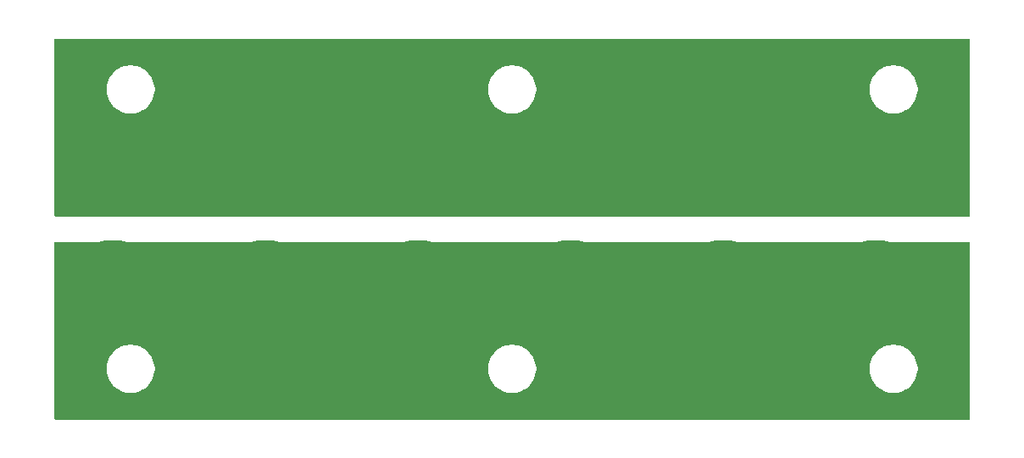
<source format=gbr>
%TF.GenerationSoftware,KiCad,Pcbnew,8.0.6*%
%TF.CreationDate,2024-11-19T18:22:25+00:00*%
%TF.ProjectId,PowerPole,506f7765-7250-46f6-9c65-2e6b69636164,rev?*%
%TF.SameCoordinates,Original*%
%TF.FileFunction,Copper,L2,Bot*%
%TF.FilePolarity,Positive*%
%FSLAX46Y46*%
G04 Gerber Fmt 4.6, Leading zero omitted, Abs format (unit mm)*
G04 Created by KiCad (PCBNEW 8.0.6) date 2024-11-19 18:22:25*
%MOMM*%
%LPD*%
G01*
G04 APERTURE LIST*
%TA.AperFunction,ComponentPad*%
%ADD10O,6.000000X5.500000*%
%TD*%
G04 APERTURE END LIST*
D10*
%TO.P,J6,1,+ve*%
%TO.N,Net-(J1-+ve)*%
X104895500Y-30200000D03*
%TO.P,J6,2,-ve*%
%TO.N,Net-(J1--ve)*%
X104895500Y-38100000D03*
%TD*%
%TO.P,J5,1,+ve*%
%TO.N,Net-(J1-+ve)*%
X89655500Y-30200000D03*
%TO.P,J5,2,-ve*%
%TO.N,Net-(J1--ve)*%
X89655500Y-38100000D03*
%TD*%
%TO.P,J4,1,+ve*%
%TO.N,Net-(J1-+ve)*%
X74415500Y-30200000D03*
%TO.P,J4,2,-ve*%
%TO.N,Net-(J1--ve)*%
X74415500Y-38100000D03*
%TD*%
%TO.P,J3,1,+ve*%
%TO.N,Net-(J1-+ve)*%
X59175500Y-30200000D03*
%TO.P,J3,2,-ve*%
%TO.N,Net-(J1--ve)*%
X59175500Y-38100000D03*
%TD*%
%TO.P,J2,1,+ve*%
%TO.N,Net-(J1-+ve)*%
X43935500Y-30200000D03*
%TO.P,J2,2,-ve*%
%TO.N,Net-(J1--ve)*%
X43935500Y-38100000D03*
%TD*%
%TO.P,J1,2,-ve*%
%TO.N,Net-(J1--ve)*%
X28695500Y-38100000D03*
%TO.P,J1,1,+ve*%
%TO.N,Net-(J1-+ve)*%
X28695500Y-30200000D03*
%TD*%
%TA.AperFunction,Conductor*%
%TO.N,Net-(J1-+ve)*%
G36*
X114243039Y-15259685D02*
G01*
X114288794Y-15312489D01*
X114300000Y-15364000D01*
X114300000Y-32896000D01*
X114280315Y-32963039D01*
X114227511Y-33008794D01*
X114176000Y-33020000D01*
X22984000Y-33020000D01*
X22916961Y-33000315D01*
X22871206Y-32947511D01*
X22860000Y-32896000D01*
X22860000Y-20185186D01*
X28079500Y-20185186D01*
X28079500Y-20454813D01*
X28109686Y-20722719D01*
X28109688Y-20722731D01*
X28169684Y-20985594D01*
X28169687Y-20985602D01*
X28258734Y-21240082D01*
X28375714Y-21482994D01*
X28375716Y-21482997D01*
X28519162Y-21711289D01*
X28687266Y-21922085D01*
X28877915Y-22112734D01*
X29088711Y-22280838D01*
X29317003Y-22424284D01*
X29559921Y-22541267D01*
X29751049Y-22608145D01*
X29814397Y-22630312D01*
X29814405Y-22630315D01*
X29814408Y-22630315D01*
X29814409Y-22630316D01*
X30077268Y-22690312D01*
X30345187Y-22720499D01*
X30345188Y-22720500D01*
X30345191Y-22720500D01*
X30614812Y-22720500D01*
X30614812Y-22720499D01*
X30882732Y-22690312D01*
X31145591Y-22630316D01*
X31400079Y-22541267D01*
X31642997Y-22424284D01*
X31871289Y-22280838D01*
X32082085Y-22112734D01*
X32272734Y-21922085D01*
X32440838Y-21711289D01*
X32584284Y-21482997D01*
X32701267Y-21240079D01*
X32790316Y-20985591D01*
X32850312Y-20722732D01*
X32880500Y-20454809D01*
X32880500Y-20185191D01*
X32880499Y-20185186D01*
X66179500Y-20185186D01*
X66179500Y-20454813D01*
X66209686Y-20722719D01*
X66209688Y-20722731D01*
X66269684Y-20985594D01*
X66269687Y-20985602D01*
X66358734Y-21240082D01*
X66475714Y-21482994D01*
X66475716Y-21482997D01*
X66619162Y-21711289D01*
X66787266Y-21922085D01*
X66977915Y-22112734D01*
X67188711Y-22280838D01*
X67417003Y-22424284D01*
X67659921Y-22541267D01*
X67851049Y-22608145D01*
X67914397Y-22630312D01*
X67914405Y-22630315D01*
X67914408Y-22630315D01*
X67914409Y-22630316D01*
X68177268Y-22690312D01*
X68445187Y-22720499D01*
X68445188Y-22720500D01*
X68445191Y-22720500D01*
X68714812Y-22720500D01*
X68714812Y-22720499D01*
X68982732Y-22690312D01*
X69245591Y-22630316D01*
X69500079Y-22541267D01*
X69742997Y-22424284D01*
X69971289Y-22280838D01*
X70182085Y-22112734D01*
X70372734Y-21922085D01*
X70540838Y-21711289D01*
X70684284Y-21482997D01*
X70801267Y-21240079D01*
X70890316Y-20985591D01*
X70950312Y-20722732D01*
X70980500Y-20454809D01*
X70980500Y-20185191D01*
X70980499Y-20185186D01*
X104279500Y-20185186D01*
X104279500Y-20454813D01*
X104309686Y-20722719D01*
X104309688Y-20722731D01*
X104369684Y-20985594D01*
X104369687Y-20985602D01*
X104458734Y-21240082D01*
X104575714Y-21482994D01*
X104575716Y-21482997D01*
X104719162Y-21711289D01*
X104887266Y-21922085D01*
X105077915Y-22112734D01*
X105288711Y-22280838D01*
X105517003Y-22424284D01*
X105759921Y-22541267D01*
X105951049Y-22608145D01*
X106014397Y-22630312D01*
X106014405Y-22630315D01*
X106014408Y-22630315D01*
X106014409Y-22630316D01*
X106277268Y-22690312D01*
X106545187Y-22720499D01*
X106545188Y-22720500D01*
X106545191Y-22720500D01*
X106814812Y-22720500D01*
X106814812Y-22720499D01*
X107082732Y-22690312D01*
X107345591Y-22630316D01*
X107600079Y-22541267D01*
X107842997Y-22424284D01*
X108071289Y-22280838D01*
X108282085Y-22112734D01*
X108472734Y-21922085D01*
X108640838Y-21711289D01*
X108784284Y-21482997D01*
X108901267Y-21240079D01*
X108990316Y-20985591D01*
X109050312Y-20722732D01*
X109080500Y-20454809D01*
X109080500Y-20185191D01*
X109050312Y-19917268D01*
X108990316Y-19654409D01*
X108901267Y-19399921D01*
X108784284Y-19157003D01*
X108640838Y-18928711D01*
X108472734Y-18717915D01*
X108282085Y-18527266D01*
X108071289Y-18359162D01*
X107842997Y-18215716D01*
X107842994Y-18215714D01*
X107600082Y-18098734D01*
X107345602Y-18009687D01*
X107345594Y-18009684D01*
X107148446Y-17964687D01*
X107082732Y-17949688D01*
X107082728Y-17949687D01*
X107082719Y-17949686D01*
X106814813Y-17919500D01*
X106814809Y-17919500D01*
X106545191Y-17919500D01*
X106545186Y-17919500D01*
X106277280Y-17949686D01*
X106277268Y-17949688D01*
X106014405Y-18009684D01*
X106014397Y-18009687D01*
X105759917Y-18098734D01*
X105517005Y-18215714D01*
X105288712Y-18359161D01*
X105077915Y-18527265D01*
X104887265Y-18717915D01*
X104719161Y-18928712D01*
X104575714Y-19157005D01*
X104458734Y-19399917D01*
X104369687Y-19654397D01*
X104369684Y-19654405D01*
X104309688Y-19917268D01*
X104309686Y-19917280D01*
X104279500Y-20185186D01*
X70980499Y-20185186D01*
X70950312Y-19917268D01*
X70890316Y-19654409D01*
X70801267Y-19399921D01*
X70684284Y-19157003D01*
X70540838Y-18928711D01*
X70372734Y-18717915D01*
X70182085Y-18527266D01*
X69971289Y-18359162D01*
X69742997Y-18215716D01*
X69742994Y-18215714D01*
X69500082Y-18098734D01*
X69245602Y-18009687D01*
X69245594Y-18009684D01*
X69048446Y-17964687D01*
X68982732Y-17949688D01*
X68982728Y-17949687D01*
X68982719Y-17949686D01*
X68714813Y-17919500D01*
X68714809Y-17919500D01*
X68445191Y-17919500D01*
X68445186Y-17919500D01*
X68177280Y-17949686D01*
X68177268Y-17949688D01*
X67914405Y-18009684D01*
X67914397Y-18009687D01*
X67659917Y-18098734D01*
X67417005Y-18215714D01*
X67188712Y-18359161D01*
X66977915Y-18527265D01*
X66787265Y-18717915D01*
X66619161Y-18928712D01*
X66475714Y-19157005D01*
X66358734Y-19399917D01*
X66269687Y-19654397D01*
X66269684Y-19654405D01*
X66209688Y-19917268D01*
X66209686Y-19917280D01*
X66179500Y-20185186D01*
X32880499Y-20185186D01*
X32850312Y-19917268D01*
X32790316Y-19654409D01*
X32701267Y-19399921D01*
X32584284Y-19157003D01*
X32440838Y-18928711D01*
X32272734Y-18717915D01*
X32082085Y-18527266D01*
X31871289Y-18359162D01*
X31642997Y-18215716D01*
X31642994Y-18215714D01*
X31400082Y-18098734D01*
X31145602Y-18009687D01*
X31145594Y-18009684D01*
X30948446Y-17964687D01*
X30882732Y-17949688D01*
X30882728Y-17949687D01*
X30882719Y-17949686D01*
X30614813Y-17919500D01*
X30614809Y-17919500D01*
X30345191Y-17919500D01*
X30345186Y-17919500D01*
X30077280Y-17949686D01*
X30077268Y-17949688D01*
X29814405Y-18009684D01*
X29814397Y-18009687D01*
X29559917Y-18098734D01*
X29317005Y-18215714D01*
X29088712Y-18359161D01*
X28877915Y-18527265D01*
X28687265Y-18717915D01*
X28519161Y-18928712D01*
X28375714Y-19157005D01*
X28258734Y-19399917D01*
X28169687Y-19654397D01*
X28169684Y-19654405D01*
X28109688Y-19917268D01*
X28109686Y-19917280D01*
X28079500Y-20185186D01*
X22860000Y-20185186D01*
X22860000Y-15364000D01*
X22879685Y-15296961D01*
X22932489Y-15251206D01*
X22984000Y-15240000D01*
X114176000Y-15240000D01*
X114243039Y-15259685D01*
G37*
%TD.AperFunction*%
%TD*%
%TA.AperFunction,Conductor*%
%TO.N,Net-(J1--ve)*%
G36*
X114243039Y-35579685D02*
G01*
X114288794Y-35632489D01*
X114300000Y-35684000D01*
X114300000Y-53216000D01*
X114280315Y-53283039D01*
X114227511Y-53328794D01*
X114176000Y-53340000D01*
X22984000Y-53340000D01*
X22916961Y-53320315D01*
X22871206Y-53267511D01*
X22860000Y-53216000D01*
X22860000Y-48125186D01*
X28079500Y-48125186D01*
X28079500Y-48394813D01*
X28109686Y-48662719D01*
X28109688Y-48662731D01*
X28169684Y-48925594D01*
X28169687Y-48925602D01*
X28258734Y-49180082D01*
X28375714Y-49422994D01*
X28375716Y-49422997D01*
X28519162Y-49651289D01*
X28687266Y-49862085D01*
X28877915Y-50052734D01*
X29088711Y-50220838D01*
X29317003Y-50364284D01*
X29559921Y-50481267D01*
X29751049Y-50548145D01*
X29814397Y-50570312D01*
X29814405Y-50570315D01*
X29814408Y-50570315D01*
X29814409Y-50570316D01*
X30077268Y-50630312D01*
X30345187Y-50660499D01*
X30345188Y-50660500D01*
X30345191Y-50660500D01*
X30614812Y-50660500D01*
X30614812Y-50660499D01*
X30882732Y-50630312D01*
X31145591Y-50570316D01*
X31400079Y-50481267D01*
X31642997Y-50364284D01*
X31871289Y-50220838D01*
X32082085Y-50052734D01*
X32272734Y-49862085D01*
X32440838Y-49651289D01*
X32584284Y-49422997D01*
X32701267Y-49180079D01*
X32790316Y-48925591D01*
X32850312Y-48662732D01*
X32880500Y-48394809D01*
X32880500Y-48125191D01*
X32880499Y-48125186D01*
X66179500Y-48125186D01*
X66179500Y-48394813D01*
X66209686Y-48662719D01*
X66209688Y-48662731D01*
X66269684Y-48925594D01*
X66269687Y-48925602D01*
X66358734Y-49180082D01*
X66475714Y-49422994D01*
X66475716Y-49422997D01*
X66619162Y-49651289D01*
X66787266Y-49862085D01*
X66977915Y-50052734D01*
X67188711Y-50220838D01*
X67417003Y-50364284D01*
X67659921Y-50481267D01*
X67851049Y-50548145D01*
X67914397Y-50570312D01*
X67914405Y-50570315D01*
X67914408Y-50570315D01*
X67914409Y-50570316D01*
X68177268Y-50630312D01*
X68445187Y-50660499D01*
X68445188Y-50660500D01*
X68445191Y-50660500D01*
X68714812Y-50660500D01*
X68714812Y-50660499D01*
X68982732Y-50630312D01*
X69245591Y-50570316D01*
X69500079Y-50481267D01*
X69742997Y-50364284D01*
X69971289Y-50220838D01*
X70182085Y-50052734D01*
X70372734Y-49862085D01*
X70540838Y-49651289D01*
X70684284Y-49422997D01*
X70801267Y-49180079D01*
X70890316Y-48925591D01*
X70950312Y-48662732D01*
X70980500Y-48394809D01*
X70980500Y-48125191D01*
X70980499Y-48125186D01*
X104279500Y-48125186D01*
X104279500Y-48394813D01*
X104309686Y-48662719D01*
X104309688Y-48662731D01*
X104369684Y-48925594D01*
X104369687Y-48925602D01*
X104458734Y-49180082D01*
X104575714Y-49422994D01*
X104575716Y-49422997D01*
X104719162Y-49651289D01*
X104887266Y-49862085D01*
X105077915Y-50052734D01*
X105288711Y-50220838D01*
X105517003Y-50364284D01*
X105759921Y-50481267D01*
X105951049Y-50548145D01*
X106014397Y-50570312D01*
X106014405Y-50570315D01*
X106014408Y-50570315D01*
X106014409Y-50570316D01*
X106277268Y-50630312D01*
X106545187Y-50660499D01*
X106545188Y-50660500D01*
X106545191Y-50660500D01*
X106814812Y-50660500D01*
X106814812Y-50660499D01*
X107082732Y-50630312D01*
X107345591Y-50570316D01*
X107600079Y-50481267D01*
X107842997Y-50364284D01*
X108071289Y-50220838D01*
X108282085Y-50052734D01*
X108472734Y-49862085D01*
X108640838Y-49651289D01*
X108784284Y-49422997D01*
X108901267Y-49180079D01*
X108990316Y-48925591D01*
X109050312Y-48662732D01*
X109080500Y-48394809D01*
X109080500Y-48125191D01*
X109050312Y-47857268D01*
X108990316Y-47594409D01*
X108901267Y-47339921D01*
X108784284Y-47097003D01*
X108640838Y-46868711D01*
X108472734Y-46657915D01*
X108282085Y-46467266D01*
X108071289Y-46299162D01*
X107842997Y-46155716D01*
X107842994Y-46155714D01*
X107600082Y-46038734D01*
X107345602Y-45949687D01*
X107345594Y-45949684D01*
X107148446Y-45904687D01*
X107082732Y-45889688D01*
X107082728Y-45889687D01*
X107082719Y-45889686D01*
X106814813Y-45859500D01*
X106814809Y-45859500D01*
X106545191Y-45859500D01*
X106545186Y-45859500D01*
X106277280Y-45889686D01*
X106277268Y-45889688D01*
X106014405Y-45949684D01*
X106014397Y-45949687D01*
X105759917Y-46038734D01*
X105517005Y-46155714D01*
X105288712Y-46299161D01*
X105077915Y-46467265D01*
X104887265Y-46657915D01*
X104719161Y-46868712D01*
X104575714Y-47097005D01*
X104458734Y-47339917D01*
X104369687Y-47594397D01*
X104369684Y-47594405D01*
X104309688Y-47857268D01*
X104309686Y-47857280D01*
X104279500Y-48125186D01*
X70980499Y-48125186D01*
X70950312Y-47857268D01*
X70890316Y-47594409D01*
X70801267Y-47339921D01*
X70684284Y-47097003D01*
X70540838Y-46868711D01*
X70372734Y-46657915D01*
X70182085Y-46467266D01*
X69971289Y-46299162D01*
X69742997Y-46155716D01*
X69742994Y-46155714D01*
X69500082Y-46038734D01*
X69245602Y-45949687D01*
X69245594Y-45949684D01*
X69048446Y-45904687D01*
X68982732Y-45889688D01*
X68982728Y-45889687D01*
X68982719Y-45889686D01*
X68714813Y-45859500D01*
X68714809Y-45859500D01*
X68445191Y-45859500D01*
X68445186Y-45859500D01*
X68177280Y-45889686D01*
X68177268Y-45889688D01*
X67914405Y-45949684D01*
X67914397Y-45949687D01*
X67659917Y-46038734D01*
X67417005Y-46155714D01*
X67188712Y-46299161D01*
X66977915Y-46467265D01*
X66787265Y-46657915D01*
X66619161Y-46868712D01*
X66475714Y-47097005D01*
X66358734Y-47339917D01*
X66269687Y-47594397D01*
X66269684Y-47594405D01*
X66209688Y-47857268D01*
X66209686Y-47857280D01*
X66179500Y-48125186D01*
X32880499Y-48125186D01*
X32850312Y-47857268D01*
X32790316Y-47594409D01*
X32701267Y-47339921D01*
X32584284Y-47097003D01*
X32440838Y-46868711D01*
X32272734Y-46657915D01*
X32082085Y-46467266D01*
X31871289Y-46299162D01*
X31642997Y-46155716D01*
X31642994Y-46155714D01*
X31400082Y-46038734D01*
X31145602Y-45949687D01*
X31145594Y-45949684D01*
X30948446Y-45904687D01*
X30882732Y-45889688D01*
X30882728Y-45889687D01*
X30882719Y-45889686D01*
X30614813Y-45859500D01*
X30614809Y-45859500D01*
X30345191Y-45859500D01*
X30345186Y-45859500D01*
X30077280Y-45889686D01*
X30077268Y-45889688D01*
X29814405Y-45949684D01*
X29814397Y-45949687D01*
X29559917Y-46038734D01*
X29317005Y-46155714D01*
X29088712Y-46299161D01*
X28877915Y-46467265D01*
X28687265Y-46657915D01*
X28519161Y-46868712D01*
X28375714Y-47097005D01*
X28258734Y-47339917D01*
X28169687Y-47594397D01*
X28169684Y-47594405D01*
X28109688Y-47857268D01*
X28109686Y-47857280D01*
X28079500Y-48125186D01*
X22860000Y-48125186D01*
X22860000Y-35684000D01*
X22879685Y-35616961D01*
X22932489Y-35571206D01*
X22984000Y-35560000D01*
X114176000Y-35560000D01*
X114243039Y-35579685D01*
G37*
%TD.AperFunction*%
%TD*%
M02*

</source>
